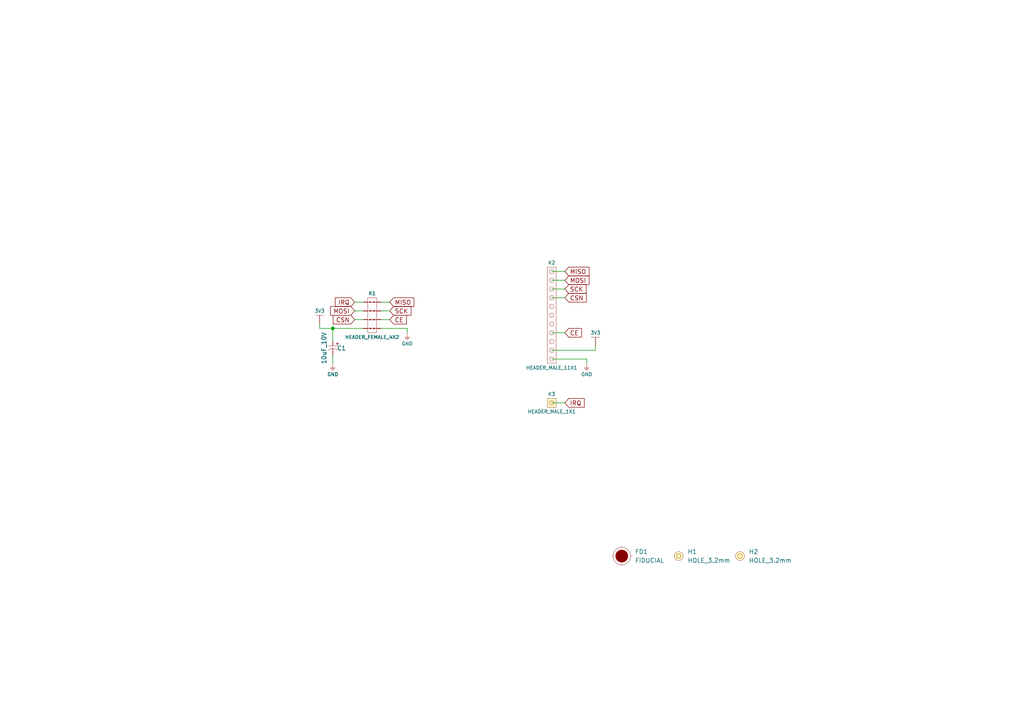
<source format=kicad_sch>
(kicad_sch (version 20210621) (generator eeschema)

  (uuid 9efc7507-1e97-4b38-975f-9c88aa49daf4)

  (paper "A4")

  (lib_symbols
    (symbol "e-radionica.com schematics:3V3" (power) (pin_names (offset 0)) (in_bom yes) (on_board yes)
      (property "Reference" "#PWR" (id 0) (at 4.445 0 0)
        (effects (font (size 1 1)) hide)
      )
      (property "Value" "3V3" (id 1) (at 0 3.556 0)
        (effects (font (size 1 1)))
      )
      (property "Footprint" "" (id 2) (at 4.445 3.81 0)
        (effects (font (size 1 1)) hide)
      )
      (property "Datasheet" "" (id 3) (at 4.445 3.81 0)
        (effects (font (size 1 1)) hide)
      )
      (property "ki_keywords" "power-flag" (id 4) (at 0 0 0)
        (effects (font (size 1.27 1.27)) hide)
      )
      (property "ki_description" "Power symbol creates a global label with name \"3V3\"" (id 5) (at 0 0 0)
        (effects (font (size 1.27 1.27)) hide)
      )
      (symbol "3V3_0_1"
        (polyline
          (pts
            (xy -1.27 2.54)
            (xy 1.27 2.54)
          )
          (stroke (width 0.0006)) (fill (type none))
        )
        (polyline
          (pts
            (xy 0 0)
            (xy 0 2.54)
          )
          (stroke (width 0)) (fill (type none))
        )
      )
      (symbol "3V3_1_1"
        (pin power_in line (at 0 0 90) (length 0) hide
          (name "3V3" (effects (font (size 1.27 1.27))))
          (number "1" (effects (font (size 1.27 1.27))))
        )
      )
    )
    (symbol "e-radionica.com schematics:ELECTROLITIC_CAP_4mm" (pin_numbers hide) (pin_names hide) (in_bom yes) (on_board yes)
      (property "Reference" "C" (id 0) (at -1.27 2.54 0)
        (effects (font (size 1.27 1.27)))
      )
      (property "Value" "ELECTROLITIC_CAP_4mm" (id 1) (at 0 -2.54 0)
        (effects (font (size 1.27 1.27)))
      )
      (property "Footprint" "e-radionica.com footprinti:ELECTROLITIC_CAP_4mm" (id 2) (at 0 -5.08 0)
        (effects (font (size 1.27 1.27)) hide)
      )
      (property "Datasheet" "" (id 3) (at 0 0 0)
        (effects (font (size 1.27 1.27)) hide)
      )
      (symbol "ELECTROLITIC_CAP_4mm_0_0"
        (text "+" (at -1.905 1.27 0)
          (effects (font (size 1 1)))
        )
      )
      (symbol "ELECTROLITIC_CAP_4mm_0_1"
        (arc (start -0.0001 1.27) (end -0.0001 -1.27) (radius (at 1.27 0) (length 1.7961) (angles 135 -135))
          (stroke (width 0.0006)) (fill (type none))
        )
        (polyline
          (pts
            (xy -1.27 -1.27)
            (xy -1.27 1.27)
          )
          (stroke (width 0.0006)) (fill (type none))
        )
      )
      (symbol "ELECTROLITIC_CAP_4mm_1_1"
        (pin input line (at -2.54 0 0) (length 1.27)
          (name "+" (effects (font (size 1.27 1.27))))
          (number "1" (effects (font (size 1.27 1.27))))
        )
        (pin input line (at 1.27 0 180) (length 1.8)
          (name "-" (effects (font (size 1.27 1.27))))
          (number "2" (effects (font (size 1.27 1.27))))
        )
      )
    )
    (symbol "e-radionica.com schematics:FIDUCIAL" (in_bom no) (on_board yes)
      (property "Reference" "FD" (id 0) (at 0 3.81 0)
        (effects (font (size 1.27 1.27)))
      )
      (property "Value" "FIDUCIAL" (id 1) (at 0 -3.81 0)
        (effects (font (size 1.27 1.27)))
      )
      (property "Footprint" "e-radionica.com footprinti:FIDUCIAL_23" (id 2) (at 0.254 -5.334 0)
        (effects (font (size 1.27 1.27)) hide)
      )
      (property "Datasheet" "" (id 3) (at 0 0 0)
        (effects (font (size 1.27 1.27)) hide)
      )
      (symbol "FIDUCIAL_0_1"
        (circle (center 0 0) (radius 2.54) (stroke (width 0.0006)) (fill (type none)))
        (circle (center 0 0) (radius 1.7961) (stroke (width 0.001)) (fill (type outline)))
        (polyline
          (pts
            (xy -2.54 0)
            (xy -2.794 0)
          )
          (stroke (width 0.0006)) (fill (type none))
        )
        (polyline
          (pts
            (xy 0 -2.54)
            (xy 0 -2.794)
          )
          (stroke (width 0.0006)) (fill (type none))
        )
        (polyline
          (pts
            (xy 0 2.54)
            (xy 0 2.794)
          )
          (stroke (width 0.0006)) (fill (type none))
        )
        (polyline
          (pts
            (xy 2.54 0)
            (xy 2.794 0)
          )
          (stroke (width 0.0006)) (fill (type none))
        )
      )
    )
    (symbol "e-radionica.com schematics:GND" (power) (pin_names (offset 0)) (in_bom yes) (on_board yes)
      (property "Reference" "#PWR" (id 0) (at 4.445 0 0)
        (effects (font (size 1 1)) hide)
      )
      (property "Value" "GND" (id 1) (at 0 -2.921 0)
        (effects (font (size 1 1)))
      )
      (property "Footprint" "" (id 2) (at 4.445 3.81 0)
        (effects (font (size 1 1)) hide)
      )
      (property "Datasheet" "" (id 3) (at 4.445 3.81 0)
        (effects (font (size 1 1)) hide)
      )
      (property "ki_keywords" "power-flag" (id 4) (at 0 0 0)
        (effects (font (size 1.27 1.27)) hide)
      )
      (property "ki_description" "Power symbol creates a global label with name \"GND\"" (id 5) (at 0 0 0)
        (effects (font (size 1.27 1.27)) hide)
      )
      (symbol "GND_0_1"
        (polyline
          (pts
            (xy -0.762 -1.27)
            (xy 0.762 -1.27)
          )
          (stroke (width 0.0006)) (fill (type none))
        )
        (polyline
          (pts
            (xy -0.635 -1.524)
            (xy 0.635 -1.524)
          )
          (stroke (width 0.0006)) (fill (type none))
        )
        (polyline
          (pts
            (xy -0.381 -1.778)
            (xy 0.381 -1.778)
          )
          (stroke (width 0.0006)) (fill (type none))
        )
        (polyline
          (pts
            (xy -0.127 -2.032)
            (xy 0.127 -2.032)
          )
          (stroke (width 0.0006)) (fill (type none))
        )
        (polyline
          (pts
            (xy 0 0)
            (xy 0 -1.27)
          )
          (stroke (width 0.0006)) (fill (type none))
        )
      )
      (symbol "GND_1_1"
        (pin power_in line (at 0 0 270) (length 0) hide
          (name "GND" (effects (font (size 1.27 1.27))))
          (number "1" (effects (font (size 1.27 1.27))))
        )
      )
    )
    (symbol "e-radionica.com schematics:HEADER_FEMALE_4X2" (pin_numbers hide) (pin_names hide) (in_bom yes) (on_board yes)
      (property "Reference" "K" (id 0) (at -0.635 7.62 0)
        (effects (font (size 1 1)))
      )
      (property "Value" "HEADER_FEMALE_4X2" (id 1) (at 0 -5.08 0)
        (effects (font (size 1 1)))
      )
      (property "Footprint" "e-radionica.com footprinti:HEADER_FEMALE_4X2" (id 2) (at 0 -6.35 0)
        (effects (font (size 1 1)) hide)
      )
      (property "Datasheet" "" (id 3) (at 0 -2.54 0)
        (effects (font (size 1 1)) hide)
      )
      (symbol "HEADER_FEMALE_4X2_0_1"
        (rectangle (start -1.27 6.35) (end 1.27 -3.81)
          (stroke (width 0.0006)) (fill (type none))
        )
        (polyline
          (pts
            (xy -1.27 -2.54)
            (xy -0.635 -2.54)
          )
          (stroke (width 0.0006)) (fill (type none))
        )
        (polyline
          (pts
            (xy -1.27 0)
            (xy -0.635 0)
          )
          (stroke (width 0.0006)) (fill (type none))
        )
        (polyline
          (pts
            (xy -1.27 2.54)
            (xy -0.635 2.54)
          )
          (stroke (width 0.0006)) (fill (type none))
        )
        (polyline
          (pts
            (xy -1.27 5.08)
            (xy -0.635 5.08)
          )
          (stroke (width 0.0006)) (fill (type none))
        )
        (polyline
          (pts
            (xy -0.762 -2.54)
            (xy -0.254 -2.54)
          )
          (stroke (width 0.3)) (fill (type none))
        )
        (polyline
          (pts
            (xy -0.762 0)
            (xy -0.254 0)
          )
          (stroke (width 0.3)) (fill (type none))
        )
        (polyline
          (pts
            (xy -0.762 2.54)
            (xy -0.254 2.54)
          )
          (stroke (width 0.3)) (fill (type none))
        )
        (polyline
          (pts
            (xy -0.762 5.08)
            (xy -0.254 5.08)
          )
          (stroke (width 0.3)) (fill (type none))
        )
        (polyline
          (pts
            (xy 0.254 -2.54)
            (xy 0.762 -2.54)
          )
          (stroke (width 0.3)) (fill (type none))
        )
        (polyline
          (pts
            (xy 0.254 0)
            (xy 0.762 0)
          )
          (stroke (width 0.3)) (fill (type none))
        )
        (polyline
          (pts
            (xy 0.254 2.54)
            (xy 0.762 2.54)
          )
          (stroke (width 0.3)) (fill (type none))
        )
        (polyline
          (pts
            (xy 0.254 5.08)
            (xy 0.762 5.08)
          )
          (stroke (width 0.3)) (fill (type none))
        )
        (polyline
          (pts
            (xy 1.27 -2.54)
            (xy 0.635 -2.54)
          )
          (stroke (width 0.0006)) (fill (type none))
        )
        (polyline
          (pts
            (xy 1.27 0)
            (xy 0.635 0)
          )
          (stroke (width 0.0006)) (fill (type none))
        )
        (polyline
          (pts
            (xy 1.27 2.54)
            (xy 0.635 2.54)
          )
          (stroke (width 0.0006)) (fill (type none))
        )
        (polyline
          (pts
            (xy 1.27 5.08)
            (xy 0.635 5.08)
          )
          (stroke (width 0.0006)) (fill (type none))
        )
      )
      (symbol "HEADER_FEMALE_4X2_1_1"
        (pin passive line (at -2.54 5.08 0) (length 1.27)
          (name "~" (effects (font (size 1 1))))
          (number "1" (effects (font (size 1 1))))
        )
        (pin passive line (at -2.54 2.54 0) (length 1.27)
          (name "~" (effects (font (size 1 1))))
          (number "2" (effects (font (size 1 1))))
        )
        (pin passive line (at -2.54 0 0) (length 1.27)
          (name "~" (effects (font (size 1 1))))
          (number "3" (effects (font (size 1 1))))
        )
        (pin passive line (at -2.54 -2.54 0) (length 1.27)
          (name "~" (effects (font (size 1 1))))
          (number "4" (effects (font (size 1 1))))
        )
        (pin passive line (at 2.54 -2.54 180) (length 1.27)
          (name "~" (effects (font (size 1 1))))
          (number "5" (effects (font (size 1 1))))
        )
        (pin passive line (at 2.54 0 180) (length 1.27)
          (name "~" (effects (font (size 1 1))))
          (number "6" (effects (font (size 1 1))))
        )
        (pin passive line (at 2.54 2.54 180) (length 1.27)
          (name "~" (effects (font (size 1 1))))
          (number "7" (effects (font (size 1 1))))
        )
        (pin passive line (at 2.54 5.08 180) (length 1.27)
          (name "~" (effects (font (size 1 1))))
          (number "8" (effects (font (size 1 1))))
        )
      )
    )
    (symbol "e-radionica.com schematics:HEADER_MALE_11X1" (pin_numbers hide) (pin_names hide) (in_bom yes) (on_board yes)
      (property "Reference" "K" (id 0) (at -0.635 15.24 0)
        (effects (font (size 1 1)))
      )
      (property "Value" "HEADER_MALE_11X1" (id 1) (at 1.27 -15.24 0)
        (effects (font (size 1 1)))
      )
      (property "Footprint" "e-radionica.com footprinti:HEADER_MALE_11X1" (id 2) (at 0 0 0)
        (effects (font (size 1 1)) hide)
      )
      (property "Datasheet" "" (id 3) (at 0 0 0)
        (effects (font (size 1 1)) hide)
      )
      (symbol "HEADER_MALE_11X1_0_1"
        (circle (center 0 -12.7) (radius 0.635) (stroke (width 0.0006)) (fill (type none)))
        (circle (center 0 -10.16) (radius 0.635) (stroke (width 0.0006)) (fill (type none)))
        (circle (center 0 -7.62) (radius 0.635) (stroke (width 0.0006)) (fill (type none)))
        (circle (center 0 -5.08) (radius 0.635) (stroke (width 0.0006)) (fill (type none)))
        (circle (center 0 -2.54) (radius 0.635) (stroke (width 0.0006)) (fill (type none)))
        (circle (center 0 0) (radius 0.635) (stroke (width 0.0006)) (fill (type none)))
        (circle (center 0 2.54) (radius 0.635) (stroke (width 0.0006)) (fill (type none)))
        (circle (center 0 5.08) (radius 0.635) (stroke (width 0.0006)) (fill (type none)))
        (circle (center 0 7.62) (radius 0.635) (stroke (width 0.0006)) (fill (type none)))
        (circle (center 0 10.16) (radius 0.635) (stroke (width 0.0006)) (fill (type none)))
        (circle (center 0 12.7) (radius 0.635) (stroke (width 0.0006)) (fill (type none)))
        (rectangle (start 1.27 -13.97) (end -1.27 13.97)
          (stroke (width 0.0006)) (fill (type none))
        )
      )
      (symbol "HEADER_MALE_11X1_1_1"
        (pin passive line (at 0 -12.7 180) (length 0)
          (name "~" (effects (font (size 0.991 0.991))))
          (number "1" (effects (font (size 0.991 0.991))))
        )
        (pin passive line (at 0 10.16 180) (length 0)
          (name "~" (effects (font (size 0.991 0.991))))
          (number "10" (effects (font (size 0.991 0.991))))
        )
        (pin passive line (at 0 12.7 180) (length 0)
          (name "~" (effects (font (size 0.991 0.991))))
          (number "11" (effects (font (size 0.991 0.991))))
        )
        (pin passive line (at 0 -10.16 180) (length 0)
          (name "~" (effects (font (size 0.991 0.991))))
          (number "2" (effects (font (size 0.991 0.991))))
        )
        (pin passive line (at 0 -7.62 180) (length 0)
          (name "~" (effects (font (size 0.991 0.991))))
          (number "3" (effects (font (size 0.991 0.991))))
        )
        (pin passive line (at 0 -5.08 180) (length 0)
          (name "~" (effects (font (size 0.991 0.991))))
          (number "4" (effects (font (size 0.991 0.991))))
        )
        (pin passive line (at 0 -2.54 180) (length 0)
          (name "~" (effects (font (size 0.991 0.991))))
          (number "5" (effects (font (size 0.991 0.991))))
        )
        (pin passive line (at 0 0 180) (length 0)
          (name "~" (effects (font (size 0.991 0.991))))
          (number "6" (effects (font (size 0.991 0.991))))
        )
        (pin passive line (at 0 2.54 180) (length 0)
          (name "~" (effects (font (size 0.991 0.991))))
          (number "7" (effects (font (size 0.991 0.991))))
        )
        (pin passive line (at 0 5.08 180) (length 0)
          (name "~" (effects (font (size 0.991 0.991))))
          (number "8" (effects (font (size 0.991 0.991))))
        )
        (pin passive line (at 0 7.62 180) (length 0)
          (name "~" (effects (font (size 0.991 0.991))))
          (number "9" (effects (font (size 0.991 0.991))))
        )
      )
    )
    (symbol "e-radionica.com schematics:HEADER_MALE_1X1" (pin_numbers hide) (pin_names hide) (in_bom yes) (on_board yes)
      (property "Reference" "K" (id 0) (at -0.635 2.54 0)
        (effects (font (size 1 1)))
      )
      (property "Value" "HEADER_MALE_1X1" (id 1) (at 0 -2.54 0)
        (effects (font (size 1 1)))
      )
      (property "Footprint" "e-radionica.com footprinti:HEADER_MALE_1X1" (id 2) (at 0 0 0)
        (effects (font (size 1 1)) hide)
      )
      (property "Datasheet" "" (id 3) (at 0 0 0)
        (effects (font (size 1 1)) hide)
      )
      (symbol "HEADER_MALE_1X1_0_1"
        (circle (center 0 0) (radius 0.635) (stroke (width 0.0006)) (fill (type none)))
        (rectangle (start -1.27 1.27) (end 1.27 -1.27)
          (stroke (width 0.001)) (fill (type background))
        )
      )
      (symbol "HEADER_MALE_1X1_1_1"
        (pin passive line (at 0 0 180) (length 0)
          (name "~" (effects (font (size 1 1))))
          (number "1" (effects (font (size 1 1))))
        )
      )
    )
    (symbol "e-radionica.com schematics:HOLE_3.2mm" (pin_numbers hide) (pin_names hide) (in_bom yes) (on_board yes)
      (property "Reference" "H" (id 0) (at 0 2.54 0)
        (effects (font (size 1.27 1.27)))
      )
      (property "Value" "HOLE_3.2mm" (id 1) (at 0 -2.54 0)
        (effects (font (size 1.27 1.27)))
      )
      (property "Footprint" "e-radionica.com footprinti:HOLE_3.2mm" (id 2) (at 0 0 0)
        (effects (font (size 1.27 1.27)) hide)
      )
      (property "Datasheet" "" (id 3) (at 0 0 0)
        (effects (font (size 1.27 1.27)) hide)
      )
      (symbol "HOLE_3.2mm_0_1"
        (circle (center 0 0) (radius 0.635) (stroke (width 0.0006)) (fill (type none)))
        (circle (center 0 0) (radius 1.27) (stroke (width 0.001)) (fill (type background)))
      )
    )
  )

  (junction (at 96.52 95.25) (diameter 0.9144) (color 0 0 0 0))

  (wire (pts (xy 92.71 95.25) (xy 92.71 93.98))
    (stroke (width 0) (type solid) (color 0 0 0 0))
    (uuid 30473fc4-af76-45e9-9a05-c221dcc6ede0)
  )
  (wire (pts (xy 96.52 95.25) (xy 92.71 95.25))
    (stroke (width 0) (type solid) (color 0 0 0 0))
    (uuid 30473fc4-af76-45e9-9a05-c221dcc6ede0)
  )
  (wire (pts (xy 96.52 95.25) (xy 96.52 99.06))
    (stroke (width 0) (type solid) (color 0 0 0 0))
    (uuid b478d6f5-be14-4f80-9157-1e2e5cff0c78)
  )
  (wire (pts (xy 96.52 102.87) (xy 96.52 105.41))
    (stroke (width 0) (type solid) (color 0 0 0 0))
    (uuid fc1afdcc-8bc1-4e13-bb7f-9cde271e89ce)
  )
  (wire (pts (xy 102.87 87.63) (xy 105.41 87.63))
    (stroke (width 0) (type solid) (color 0 0 0 0))
    (uuid 4768da6d-8c4a-4394-b499-fb8e3a15d347)
  )
  (wire (pts (xy 102.87 90.17) (xy 105.41 90.17))
    (stroke (width 0) (type solid) (color 0 0 0 0))
    (uuid d2de82ca-0977-4373-9da2-2ed33aceb557)
  )
  (wire (pts (xy 102.87 92.71) (xy 105.41 92.71))
    (stroke (width 0) (type solid) (color 0 0 0 0))
    (uuid 991f5b52-26ac-4f99-ba1b-5dac016102f4)
  )
  (wire (pts (xy 105.41 95.25) (xy 96.52 95.25))
    (stroke (width 0) (type solid) (color 0 0 0 0))
    (uuid 30473fc4-af76-45e9-9a05-c221dcc6ede0)
  )
  (wire (pts (xy 110.49 87.63) (xy 113.03 87.63))
    (stroke (width 0) (type solid) (color 0 0 0 0))
    (uuid 3bd9d9d9-7238-43db-abe1-790e181fd7d2)
  )
  (wire (pts (xy 110.49 90.17) (xy 113.03 90.17))
    (stroke (width 0) (type solid) (color 0 0 0 0))
    (uuid 102bcae0-f86a-43d7-b906-0c5a988fa0a2)
  )
  (wire (pts (xy 110.49 92.71) (xy 113.03 92.71))
    (stroke (width 0) (type solid) (color 0 0 0 0))
    (uuid 2d744528-5bc1-4883-8440-fee1204dd6fa)
  )
  (wire (pts (xy 110.49 95.25) (xy 118.11 95.25))
    (stroke (width 0) (type solid) (color 0 0 0 0))
    (uuid 1d686364-57ba-4e70-9de1-2704446ea0f8)
  )
  (wire (pts (xy 118.11 95.25) (xy 118.11 96.52))
    (stroke (width 0) (type solid) (color 0 0 0 0))
    (uuid 1d686364-57ba-4e70-9de1-2704446ea0f8)
  )
  (wire (pts (xy 160.02 78.74) (xy 163.83 78.74))
    (stroke (width 0) (type solid) (color 0 0 0 0))
    (uuid cd2e063b-9c4a-4079-826f-fc10caaaf2da)
  )
  (wire (pts (xy 160.02 81.28) (xy 163.83 81.28))
    (stroke (width 0) (type solid) (color 0 0 0 0))
    (uuid 0c5963e4-73b7-467b-9de7-6e9409b0f931)
  )
  (wire (pts (xy 160.02 83.82) (xy 163.83 83.82))
    (stroke (width 0) (type solid) (color 0 0 0 0))
    (uuid 841f0b84-4763-4d32-83f0-2912f2b52d16)
  )
  (wire (pts (xy 160.02 86.36) (xy 163.83 86.36))
    (stroke (width 0) (type solid) (color 0 0 0 0))
    (uuid cc605dc7-48e8-4f65-9cdd-23a66b49d85f)
  )
  (wire (pts (xy 160.02 96.52) (xy 163.83 96.52))
    (stroke (width 0) (type solid) (color 0 0 0 0))
    (uuid 0e7ede17-1ba9-4606-9439-d122f52d6f5b)
  )
  (wire (pts (xy 160.02 101.6) (xy 172.72 101.6))
    (stroke (width 0) (type solid) (color 0 0 0 0))
    (uuid 890a6dcc-e96a-4c54-8f3c-4edcc3bf0a82)
  )
  (wire (pts (xy 160.02 104.14) (xy 170.18 104.14))
    (stroke (width 0) (type solid) (color 0 0 0 0))
    (uuid 2ff431d4-b98d-4cab-96ad-2e84c49905ac)
  )
  (wire (pts (xy 160.02 116.84) (xy 163.83 116.84))
    (stroke (width 0) (type solid) (color 0 0 0 0))
    (uuid b7858285-bda5-4831-a033-6279f83c43e6)
  )
  (wire (pts (xy 170.18 104.14) (xy 170.18 105.41))
    (stroke (width 0) (type solid) (color 0 0 0 0))
    (uuid 2ff431d4-b98d-4cab-96ad-2e84c49905ac)
  )
  (wire (pts (xy 172.72 101.6) (xy 172.72 100.33))
    (stroke (width 0) (type solid) (color 0 0 0 0))
    (uuid 890a6dcc-e96a-4c54-8f3c-4edcc3bf0a82)
  )

  (global_label "IRQ" (shape input) (at 102.87 87.63 180) (fields_autoplaced)
    (effects (font (size 1.27 1.27)) (justify right))
    (uuid 62af63da-3e34-4dd5-9ec0-2e3b07c26892)
    (property "Intersheet References" "${INTERSHEET_REFS}" (id 0) (at 97.2517 87.5506 0)
      (effects (font (size 1.27 1.27)) (justify right) hide)
    )
  )
  (global_label "MOSI" (shape input) (at 102.87 90.17 180) (fields_autoplaced)
    (effects (font (size 1.27 1.27)) (justify right))
    (uuid 3dea750a-ed06-4244-bff1-e67731161ea0)
    (property "Intersheet References" "${INTERSHEET_REFS}" (id 0) (at 95.8607 90.0906 0)
      (effects (font (size 1.27 1.27)) (justify right) hide)
    )
  )
  (global_label "CSN" (shape input) (at 102.87 92.71 180) (fields_autoplaced)
    (effects (font (size 1.27 1.27)) (justify right))
    (uuid a07cdea6-e71f-41de-a5f9-878a8311ecc5)
    (property "Intersheet References" "${INTERSHEET_REFS}" (id 0) (at 96.6469 92.6306 0)
      (effects (font (size 1.27 1.27)) (justify right) hide)
    )
  )
  (global_label "MISO" (shape input) (at 113.03 87.63 0) (fields_autoplaced)
    (effects (font (size 1.27 1.27)) (justify left))
    (uuid b84a5351-efcf-4e00-b051-c27a5516a0f7)
    (property "Intersheet References" "${INTERSHEET_REFS}" (id 0) (at 120.0393 87.5506 0)
      (effects (font (size 1.27 1.27)) (justify left) hide)
    )
  )
  (global_label "SCK" (shape input) (at 113.03 90.17 0) (fields_autoplaced)
    (effects (font (size 1.27 1.27)) (justify left))
    (uuid 86a1b09e-178e-4221-88dc-b0e78c86b6f9)
    (property "Intersheet References" "${INTERSHEET_REFS}" (id 0) (at 119.1926 90.0906 0)
      (effects (font (size 1.27 1.27)) (justify left) hide)
    )
  )
  (global_label "CE" (shape input) (at 113.03 92.71 0) (fields_autoplaced)
    (effects (font (size 1.27 1.27)) (justify left))
    (uuid e82e8f87-234b-4426-a5ea-a324d67a8198)
    (property "Intersheet References" "${INTERSHEET_REFS}" (id 0) (at 117.8621 92.6306 0)
      (effects (font (size 1.27 1.27)) (justify left) hide)
    )
  )
  (global_label "MISO" (shape input) (at 163.83 78.74 0) (fields_autoplaced)
    (effects (font (size 1.27 1.27)) (justify left))
    (uuid b08e534d-39c4-42ab-b88d-e2a01c5075d2)
    (property "Intersheet References" "${INTERSHEET_REFS}" (id 0) (at 170.8393 78.6606 0)
      (effects (font (size 1.27 1.27)) (justify left) hide)
    )
  )
  (global_label "MOSI" (shape input) (at 163.83 81.28 0) (fields_autoplaced)
    (effects (font (size 1.27 1.27)) (justify left))
    (uuid 94582cad-1786-4c81-8a4c-7620f9b627ca)
    (property "Intersheet References" "${INTERSHEET_REFS}" (id 0) (at 170.8393 81.3594 0)
      (effects (font (size 1.27 1.27)) (justify left) hide)
    )
  )
  (global_label "SCK" (shape input) (at 163.83 83.82 0) (fields_autoplaced)
    (effects (font (size 1.27 1.27)) (justify left))
    (uuid f889dc2a-d501-413e-8496-197c359d0b77)
    (property "Intersheet References" "${INTERSHEET_REFS}" (id 0) (at 169.9926 83.7406 0)
      (effects (font (size 1.27 1.27)) (justify left) hide)
    )
  )
  (global_label "CSN" (shape input) (at 163.83 86.36 0) (fields_autoplaced)
    (effects (font (size 1.27 1.27)) (justify left))
    (uuid 9eaa171b-39d1-43c2-bba6-62f15220ef2f)
    (property "Intersheet References" "${INTERSHEET_REFS}" (id 0) (at 170.0531 86.4394 0)
      (effects (font (size 1.27 1.27)) (justify left) hide)
    )
  )
  (global_label "CE" (shape input) (at 163.83 96.52 0) (fields_autoplaced)
    (effects (font (size 1.27 1.27)) (justify left))
    (uuid 1b881a19-c74c-445f-95d1-b472f0138cf5)
    (property "Intersheet References" "${INTERSHEET_REFS}" (id 0) (at 168.6621 96.4406 0)
      (effects (font (size 1.27 1.27)) (justify left) hide)
    )
  )
  (global_label "IRQ" (shape input) (at 163.83 116.84 0) (fields_autoplaced)
    (effects (font (size 1.27 1.27)) (justify left))
    (uuid d1f2d0b9-c4d7-4160-b008-d8fe3c41804b)
    (property "Intersheet References" "${INTERSHEET_REFS}" (id 0) (at 169.4483 116.9194 0)
      (effects (font (size 1.27 1.27)) (justify left) hide)
    )
  )

  (symbol (lib_id "e-radionica.com schematics:GND") (at 96.52 105.41 0) (unit 1)
    (in_bom yes) (on_board yes)
    (uuid ae79384a-856e-4ba1-bc9d-f19fce89f541)
    (property "Reference" "#PWR02" (id 0) (at 100.965 105.41 0)
      (effects (font (size 1 1)) hide)
    )
    (property "Value" "GND" (id 1) (at 96.52 108.585 0)
      (effects (font (size 1 1)))
    )
    (property "Footprint" "" (id 2) (at 100.965 101.6 0)
      (effects (font (size 1 1)) hide)
    )
    (property "Datasheet" "" (id 3) (at 100.965 101.6 0)
      (effects (font (size 1 1)) hide)
    )
    (pin "1" (uuid 8c29f1e1-8373-46fe-8265-05a5d5315958))
  )

  (symbol (lib_id "e-radionica.com schematics:GND") (at 118.11 96.52 0) (unit 1)
    (in_bom yes) (on_board yes)
    (uuid 738b8360-27c3-4795-a040-f264094959fc)
    (property "Reference" "#PWR03" (id 0) (at 122.555 96.52 0)
      (effects (font (size 1 1)) hide)
    )
    (property "Value" "GND" (id 1) (at 118.11 99.695 0)
      (effects (font (size 1 1)))
    )
    (property "Footprint" "" (id 2) (at 122.555 92.71 0)
      (effects (font (size 1 1)) hide)
    )
    (property "Datasheet" "" (id 3) (at 122.555 92.71 0)
      (effects (font (size 1 1)) hide)
    )
    (pin "1" (uuid cfa497d4-80c6-4fdc-9b68-494ccab28384))
  )

  (symbol (lib_id "e-radionica.com schematics:GND") (at 170.18 105.41 0) (unit 1)
    (in_bom yes) (on_board yes)
    (uuid 15311c52-d265-490b-8705-8c0252c31f6b)
    (property "Reference" "#PWR04" (id 0) (at 174.625 105.41 0)
      (effects (font (size 1 1)) hide)
    )
    (property "Value" "GND" (id 1) (at 170.18 108.585 0)
      (effects (font (size 1 1)))
    )
    (property "Footprint" "" (id 2) (at 174.625 101.6 0)
      (effects (font (size 1 1)) hide)
    )
    (property "Datasheet" "" (id 3) (at 174.625 101.6 0)
      (effects (font (size 1 1)) hide)
    )
    (pin "1" (uuid b542925b-f6b7-45a3-a52b-31ea7586de89))
  )

  (symbol (lib_id "e-radionica.com schematics:HEADER_MALE_1X1") (at 160.02 116.84 0) (unit 1)
    (in_bom yes) (on_board yes)
    (uuid ec01f331-4f33-406c-a250-a48255cc257f)
    (property "Reference" "K3" (id 0) (at 160.02 114.3 0)
      (effects (font (size 1 1)))
    )
    (property "Value" "HEADER_MALE_1X1" (id 1) (at 160.02 119.38 0)
      (effects (font (size 1 1)))
    )
    (property "Footprint" "e-radionica.com footprinti:HEADER_MALE_1X1" (id 2) (at 160.02 116.84 0)
      (effects (font (size 1 1)) hide)
    )
    (property "Datasheet" "" (id 3) (at 160.02 116.84 0)
      (effects (font (size 1 1)) hide)
    )
    (pin "1" (uuid bc7f4ab5-5ffa-40ea-a6ec-85b94e494765))
  )

  (symbol (lib_id "e-radionica.com schematics:HOLE_3.2mm") (at 196.85 161.29 0) (unit 1)
    (in_bom yes) (on_board yes) (fields_autoplaced)
    (uuid 06895997-133d-458a-9434-19aea2e63674)
    (property "Reference" "H1" (id 0) (at 199.39 160.0199 0)
      (effects (font (size 1.27 1.27)) (justify left))
    )
    (property "Value" "HOLE_3.2mm" (id 1) (at 199.39 162.5599 0)
      (effects (font (size 1.27 1.27)) (justify left))
    )
    (property "Footprint" "e-radionica.com footprinti:HOLE_3.2mm" (id 2) (at 196.85 161.29 0)
      (effects (font (size 1.27 1.27)) hide)
    )
    (property "Datasheet" "" (id 3) (at 196.85 161.29 0)
      (effects (font (size 1.27 1.27)) hide)
    )
  )

  (symbol (lib_id "e-radionica.com schematics:HOLE_3.2mm") (at 214.63 161.29 0) (unit 1)
    (in_bom yes) (on_board yes) (fields_autoplaced)
    (uuid 9988fd57-7322-4b8b-9b2f-9c15323dc43a)
    (property "Reference" "H2" (id 0) (at 217.17 160.0199 0)
      (effects (font (size 1.27 1.27)) (justify left))
    )
    (property "Value" "HOLE_3.2mm" (id 1) (at 217.17 162.5599 0)
      (effects (font (size 1.27 1.27)) (justify left))
    )
    (property "Footprint" "e-radionica.com footprinti:HOLE_3.2mm" (id 2) (at 214.63 161.29 0)
      (effects (font (size 1.27 1.27)) hide)
    )
    (property "Datasheet" "" (id 3) (at 214.63 161.29 0)
      (effects (font (size 1.27 1.27)) hide)
    )
  )

  (symbol (lib_id "e-radionica.com schematics:3V3") (at 92.71 93.98 0) (unit 1)
    (in_bom yes) (on_board yes) (fields_autoplaced)
    (uuid c32bc835-ec53-4b23-966d-ee51b75a2d29)
    (property "Reference" "#PWR01" (id 0) (at 97.155 93.98 0)
      (effects (font (size 1 1)) hide)
    )
    (property "Value" "3V3" (id 1) (at 92.71 90.17 0)
      (effects (font (size 1 1)))
    )
    (property "Footprint" "" (id 2) (at 97.155 90.17 0)
      (effects (font (size 1 1)) hide)
    )
    (property "Datasheet" "" (id 3) (at 97.155 90.17 0)
      (effects (font (size 1 1)) hide)
    )
    (pin "1" (uuid c8ce8fe1-6f09-4227-b650-ea06e010672c))
  )

  (symbol (lib_id "e-radionica.com schematics:3V3") (at 172.72 100.33 0) (unit 1)
    (in_bom yes) (on_board yes) (fields_autoplaced)
    (uuid e70e7779-bf10-4877-b81f-681a7e96d2f9)
    (property "Reference" "#PWR05" (id 0) (at 177.165 100.33 0)
      (effects (font (size 1 1)) hide)
    )
    (property "Value" "3V3" (id 1) (at 172.72 96.52 0)
      (effects (font (size 1 1)))
    )
    (property "Footprint" "" (id 2) (at 177.165 96.52 0)
      (effects (font (size 1 1)) hide)
    )
    (property "Datasheet" "" (id 3) (at 177.165 96.52 0)
      (effects (font (size 1 1)) hide)
    )
    (pin "1" (uuid b5f6f15f-4f5b-470c-86a3-3d47530f70b0))
  )

  (symbol (lib_id "e-radionica.com schematics:ELECTROLITIC_CAP_4mm") (at 96.52 101.6 270) (unit 1)
    (in_bom yes) (on_board yes)
    (uuid dbfb1823-bac4-4a12-b49e-8a2bdcc88ba5)
    (property "Reference" "C1" (id 0) (at 99.06 100.965 90))
    (property "Value" "10uF_10V" (id 1) (at 93.98 100.965 0))
    (property "Footprint" "e-radionica.com footprinti:ELECTROLITIC_CAP_4mm" (id 2) (at 91.44 101.6 0)
      (effects (font (size 1.27 1.27)) hide)
    )
    (property "Datasheet" "" (id 3) (at 96.52 101.6 0)
      (effects (font (size 1.27 1.27)) hide)
    )
    (pin "1" (uuid 4f869c74-1425-4967-aec7-d4707c244bf4))
    (pin "2" (uuid 80487bc4-cf2d-4e9a-83e9-7b162ed9dbc3))
  )

  (symbol (lib_id "e-radionica.com schematics:FIDUCIAL") (at 180.34 161.29 0) (unit 1)
    (in_bom no) (on_board yes) (fields_autoplaced)
    (uuid 10d2a085-c3b9-41f1-86a6-a547dc9ea8d6)
    (property "Reference" "FD1" (id 0) (at 184.15 160.0199 0)
      (effects (font (size 1.27 1.27)) (justify left))
    )
    (property "Value" "FIDUCIAL" (id 1) (at 184.15 162.5599 0)
      (effects (font (size 1.27 1.27)) (justify left))
    )
    (property "Footprint" "e-radionica.com footprinti:FIDUCIAL_23" (id 2) (at 180.594 166.624 0)
      (effects (font (size 1.27 1.27)) hide)
    )
    (property "Datasheet" "" (id 3) (at 180.34 161.29 0)
      (effects (font (size 1.27 1.27)) hide)
    )
  )

  (symbol (lib_id "e-radionica.com schematics:HEADER_FEMALE_4X2") (at 107.95 92.71 0) (unit 1)
    (in_bom yes) (on_board yes)
    (uuid 8ac75fb8-6267-44b3-94fa-cfee460d9ec3)
    (property "Reference" "K1" (id 0) (at 107.95 85.09 0)
      (effects (font (size 1 1)))
    )
    (property "Value" "HEADER_FEMALE_4X2" (id 1) (at 107.95 97.79 0)
      (effects (font (size 1 1)))
    )
    (property "Footprint" "e-radionica.com footprinti:HEADER_FEMALE_4X2" (id 2) (at 107.95 99.06 0)
      (effects (font (size 1 1)) hide)
    )
    (property "Datasheet" "" (id 3) (at 107.95 95.25 0)
      (effects (font (size 1 1)) hide)
    )
    (pin "1" (uuid c5711587-3f46-473e-baed-640c3d25dc3a))
    (pin "2" (uuid 0361ad7b-fb74-4050-86e2-fae77d9c4659))
    (pin "3" (uuid 7ff620ce-3090-42f3-a462-3a7c0b4da12e))
    (pin "4" (uuid f526726a-c894-40a6-8a7b-3d0e2a786ebf))
    (pin "5" (uuid 1786b5b6-f829-4f2d-8726-948c59fcb15f))
    (pin "6" (uuid b2e7a11d-7466-4ac2-a25d-33e0b051e1c6))
    (pin "7" (uuid 2819694e-c593-44f5-af74-16fa521ada44))
    (pin "8" (uuid 44232704-0829-4d84-921b-a3fb20650d9b))
  )

  (symbol (lib_id "e-radionica.com schematics:HEADER_MALE_11X1") (at 160.02 91.44 0) (unit 1)
    (in_bom yes) (on_board yes)
    (uuid f3b00e90-44d9-4063-b6e1-e54a5f6232e8)
    (property "Reference" "K2" (id 0) (at 160.02 76.2 0)
      (effects (font (size 1 1)))
    )
    (property "Value" "HEADER_MALE_11X1" (id 1) (at 160.02 106.68 0)
      (effects (font (size 1 1)))
    )
    (property "Footprint" "e-radionica.com footprinti:HEADER_MALE_11X1" (id 2) (at 160.02 91.44 0)
      (effects (font (size 1 1)) hide)
    )
    (property "Datasheet" "" (id 3) (at 160.02 91.44 0)
      (effects (font (size 1 1)) hide)
    )
    (pin "1" (uuid 815cf9c9-8334-4338-828b-ffd88836afb5))
    (pin "10" (uuid 89ed0dbb-8df4-41a9-9985-c8847f37cc75))
    (pin "11" (uuid e2d4886a-e6b4-4037-93f6-5403e1339c1e))
    (pin "2" (uuid fb0719d4-3420-4833-bc16-b692ecdfe4d1))
    (pin "3" (uuid 3ceeae58-c11f-40de-89e1-9a6e4a879584))
    (pin "4" (uuid e3a19dba-d8bc-40cc-8a40-313434e52440))
    (pin "5" (uuid 5fea206b-afa7-4390-866a-a778ba386041))
    (pin "6" (uuid 469e5211-fa0d-4dfa-aea6-18693b95333a))
    (pin "7" (uuid f1c57465-7b44-43cc-a483-e0b7bb728f77))
    (pin "8" (uuid 874f955b-5209-4121-bcbc-b9f5b11f0464))
    (pin "9" (uuid 99532a4c-98bf-46e0-a947-8e10b053d08c))
  )

  (sheet_instances
    (path "/" (page "1"))
  )

  (symbol_instances
    (path "/c32bc835-ec53-4b23-966d-ee51b75a2d29"
      (reference "#PWR01") (unit 1) (value "3V3") (footprint "")
    )
    (path "/ae79384a-856e-4ba1-bc9d-f19fce89f541"
      (reference "#PWR02") (unit 1) (value "GND") (footprint "")
    )
    (path "/738b8360-27c3-4795-a040-f264094959fc"
      (reference "#PWR03") (unit 1) (value "GND") (footprint "")
    )
    (path "/15311c52-d265-490b-8705-8c0252c31f6b"
      (reference "#PWR04") (unit 1) (value "GND") (footprint "")
    )
    (path "/e70e7779-bf10-4877-b81f-681a7e96d2f9"
      (reference "#PWR05") (unit 1) (value "3V3") (footprint "")
    )
    (path "/dbfb1823-bac4-4a12-b49e-8a2bdcc88ba5"
      (reference "C1") (unit 1) (value "10uF_10V") (footprint "e-radionica.com footprinti:ELECTROLITIC_CAP_4mm")
    )
    (path "/10d2a085-c3b9-41f1-86a6-a547dc9ea8d6"
      (reference "FD1") (unit 1) (value "FIDUCIAL") (footprint "e-radionica.com footprinti:FIDUCIAL_23")
    )
    (path "/06895997-133d-458a-9434-19aea2e63674"
      (reference "H1") (unit 1) (value "HOLE_3.2mm") (footprint "e-radionica.com footprinti:HOLE_3.2mm")
    )
    (path "/9988fd57-7322-4b8b-9b2f-9c15323dc43a"
      (reference "H2") (unit 1) (value "HOLE_3.2mm") (footprint "e-radionica.com footprinti:HOLE_3.2mm")
    )
    (path "/8ac75fb8-6267-44b3-94fa-cfee460d9ec3"
      (reference "K1") (unit 1) (value "HEADER_FEMALE_4X2") (footprint "e-radionica.com footprinti:HEADER_FEMALE_4X2")
    )
    (path "/f3b00e90-44d9-4063-b6e1-e54a5f6232e8"
      (reference "K2") (unit 1) (value "HEADER_MALE_11X1") (footprint "e-radionica.com footprinti:HEADER_MALE_11X1")
    )
    (path "/ec01f331-4f33-406c-a250-a48255cc257f"
      (reference "K3") (unit 1) (value "HEADER_MALE_1X1") (footprint "e-radionica.com footprinti:HEADER_MALE_1X1")
    )
  )
)

</source>
